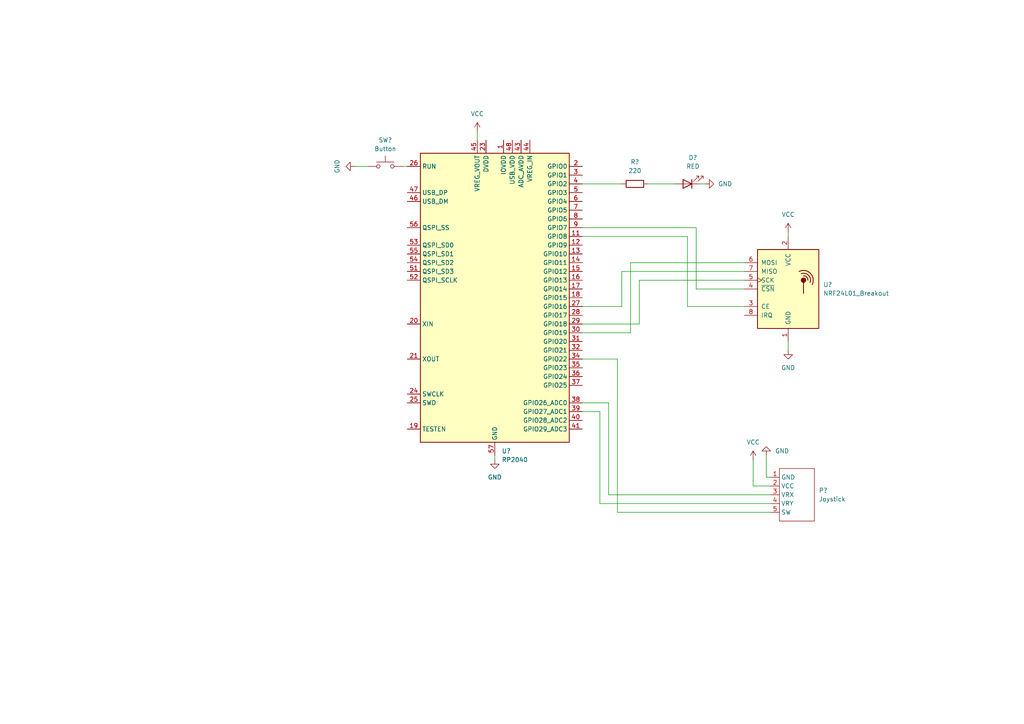
<source format=kicad_sch>
(kicad_sch (version 20211123) (generator eeschema)
  (paper "A4")
  (lib_symbols
    (symbol "Device:LED" (pin_numbers hide) (pin_names (offset 1.016) hide)
      (property "Reference" "D" (at 0 2.54 0))
      (property "Value" "LED" (at 0 -2.54 0))
      (symbol "LED_0_1"
        (polyline (pts (xy -1.27 -1.27) (xy -1.27 1.27)) (stroke (width 0.254)))
        (polyline (pts (xy -1.27 0) (xy 1.27 0)))
        (polyline (pts (xy 1.27 -1.27) (xy 1.27 1.27) (xy -1.27 0) (xy 1.27 -1.27)) (stroke (width 0.254)))
        (polyline (pts (xy -3.048 -0.762) (xy -4.572 -2.286) (xy -3.81 -2.286) (xy -4.572 -2.286) (xy -4.572 -1.524)))
        (polyline (pts (xy -1.778 -0.762) (xy -3.302 -2.286) (xy -2.54 -2.286) (xy -3.302 -2.286) (xy -3.302 -1.524)))
      )
      (symbol "LED_1_1"
        (pin passive line (at -3.81 0 0) (length 2.54) (name "K") (number "1"))
        (pin passive line (at 3.81 0 180) (length 2.54) (name "A") (number "2"))
      )
    )
    (symbol "Device:R" (pin_numbers hide) (pin_names (offset 0))
      (property "Reference" "R" (at 2.032 0 90))
      (property "Value" "R" (at 0 0 90))
      (symbol "R_0_1"
        (rectangle (start -1.016 -2.54) (end 1.016 2.54) (stroke (width 0.254)))
      )
      (symbol "R_1_1"
        (pin passive line (at 0 3.81 270) (length 1.27) (name "~") (number "1"))
        (pin passive line (at 0 -3.81 90) (length 1.27) (name "~") (number "2"))
      )
    )
    (symbol "MCU_RaspberryPi:RP2040"
      (property "Reference" "U" (at 17.78 45.72 0))
      (property "Value" "RP2040" (at 17.78 43.18 0))
      (symbol "RP2040_0_1"
        (rectangle (start -21.59 41.91) (end 21.59 -41.91) (stroke (width 0.254)) (fill (type background)))
      )
      (symbol "RP2040_1_1"
        (pin power_in line (at 2.54 45.72 270) (length 3.81) (name "IOVDD") (number "1"))
        (pin passive line (at 2.54 45.72 270) (length 3.81) hide (name "IOVDD") (number "10"))
        (pin bidirectional line (at 25.4 17.78 180) (length 3.81) (name "GPIO8") (number "11"))
        (pin bidirectional line (at 25.4 15.24 180) (length 3.81) (name "GPIO9") (number "12"))
        (pin bidirectional line (at 25.4 12.7 180) (length 3.81) (name "GPIO10") (number "13"))
        (pin bidirectional line (at 25.4 10.16 180) (length 3.81) (name "GPIO11") (number "14"))
        (pin bidirectional line (at 25.4 7.62 180) (length 3.81) (name "GPIO12") (number "15"))
        (pin bidirectional line (at 25.4 5.08 180) (length 3.81) (name "GPIO13") (number "16"))
        (pin bidirectional line (at 25.4 2.54 180) (length 3.81) (name "GPIO14") (number "17"))
        (pin bidirectional line (at 25.4 0 180) (length 3.81) (name "GPIO15") (number "18"))
        (pin input line (at -25.4 -38.1 0) (length 3.81) (name "TESTEN") (number "19"))
        (pin bidirectional line (at 25.4 38.1 180) (length 3.81) (name "GPIO0") (number "2"))
        (pin input line (at -25.4 -7.62 0) (length 3.81) (name "XIN") (number "20"))
        (pin passive line (at -25.4 -17.78 0) (length 3.81) (name "XOUT") (number "21"))
        (pin passive line (at 2.54 45.72 270) (length 3.81) hide (name "IOVDD") (number "22"))
        (pin power_in line (at -2.54 45.72 270) (length 3.81) (name "DVDD") (number "23"))
        (pin output line (at -25.4 -27.94 0) (length 3.81) (name "SWCLK") (number "24"))
        (pin bidirectional line (at -25.4 -30.48 0) (length 3.81) (name "SWD") (number "25"))
        (pin input line (at -25.4 38.1 0) (length 3.81) (name "RUN") (number "26"))
        (pin bidirectional line (at 25.4 -2.54 180) (length 3.81) (name "GPIO16") (number "27"))
        (pin bidirectional line (at 25.4 -5.08 180) (length 3.81) (name "GPIO17") (number "28"))
        (pin bidirectional line (at 25.4 -7.62 180) (length 3.81) (name "GPIO18") (number "29"))
        (pin bidirectional line (at 25.4 35.56 180) (length 3.81) (name "GPIO1") (number "3"))
        (pin bidirectional line (at 25.4 -10.16 180) (length 3.81) (name "GPIO19") (number "30"))
        (pin bidirectional line (at 25.4 -12.7 180) (length 3.81) (name "GPIO20") (number "31"))
        (pin bidirectional line (at 25.4 -15.24 180) (length 3.81) (name "GPIO21") (number "32"))
        (pin passive line (at 2.54 45.72 270) (length 3.81) hide (name "IOVDD") (number "33"))
        (pin bidirectional line (at 25.4 -17.78 180) (length 3.81) (name "GPIO22") (number "34"))
        (pin bidirectional line (at 25.4 -20.32 180) (length 3.81) (name "GPIO23") (number "35"))
        (pin bidirectional line (at 25.4 -22.86 180) (length 3.81) (name "GPIO24") (number "36"))
        (pin bidirectional line (at 25.4 -25.4 180) (length 3.81) (name "GPIO25") (number "37"))
        (pin bidirectional line (at 25.4 -30.48 180) (length 3.81) (name "GPIO26_ADC0") (number "38"))
        (pin bidirectional line (at 25.4 -33.02 180) (length 3.81) (name "GPIO27_ADC1") (number "39"))
        (pin bidirectional line (at 25.4 33.02 180) (length 3.81) (name "GPIO2") (number "4"))
        (pin bidirectional line (at 25.4 -35.56 180) (length 3.81) (name "GPIO28_ADC2") (number "40"))
        (pin bidirectional line (at 25.4 -38.1 180) (length 3.81) (name "GPIO29_ADC3") (number "41"))
        (pin passive line (at 2.54 45.72 270) (length 3.81) hide (name "IOVDD") (number "42"))
        (pin power_in line (at 7.62 45.72 270) (length 3.81) (name "ADC_AVDD") (number "43"))
        (pin power_in line (at 10.16 45.72 270) (length 3.81) (name "VREG_IN") (number "44"))
        (pin power_out line (at -5.08 45.72 270) (length 3.81) (name "VREG_VOUT") (number "45"))
        (pin bidirectional line (at -25.4 27.94 0) (length 3.81) (name "USB_DM") (number "46"))
        (pin bidirectional line (at -25.4 30.48 0) (length 3.81) (name "USB_DP") (number "47"))
        (pin power_in line (at 5.08 45.72 270) (length 3.81) (name "USB_VDD") (number "48"))
        (pin passive line (at 2.54 45.72 270) (length 3.81) hide (name "IOVDD") (number "49"))
        (pin bidirectional line (at 25.4 30.48 180) (length 3.81) (name "GPIO3") (number "5"))
        (pin passive line (at -2.54 45.72 270) (length 3.81) hide (name "DVDD") (number "50"))
        (pin bidirectional line (at -25.4 7.62 0) (length 3.81) (name "QSPI_SD3") (number "51"))
        (pin output line (at -25.4 5.08 0) (length 3.81) (name "QSPI_SCLK") (number "52"))
        (pin bidirectional line (at -25.4 15.24 0) (length 3.81) (name "QSPI_SD0") (number "53"))
        (pin bidirectional line (at -25.4 10.16 0) (length 3.81) (name "QSPI_SD2") (number "54"))
        (pin bidirectional line (at -25.4 12.7 0) (length 3.81) (name "QSPI_SD1") (number "55"))
        (pin bidirectional line (at -25.4 20.32 0) (length 3.81) (name "QSPI_SS") (number "56"))
        (pin power_in line (at 0 -45.72 90) (length 3.81) (name "GND") (number "57"))
        (pin bidirectional line (at 25.4 27.94 180) (length 3.81) (name "GPIO4") (number "6"))
        (pin bidirectional line (at 25.4 25.4 180) (length 3.81) (name "GPIO5") (number "7"))
        (pin bidirectional line (at 25.4 22.86 180) (length 3.81) (name "GPIO6") (number "8"))
        (pin bidirectional line (at 25.4 20.32 180) (length 3.81) (name "GPIO7") (number "9"))
      )
    )
    (symbol "RF:NRF24L01_Breakout" (pin_names (offset 1.016))
      (property "Reference" "U" (at -8.89 12.7 0))
      (property "Value" "NRF24L01_Breakout" (at 3.81 12.7 0))
      (symbol "NRF24L01_Breakout_0_1"
        (rectangle (start -8.89 11.43) (end 8.89 -11.43) (stroke (width 0.254)) (fill (type background)))
        (polyline (pts (xy 4.445 1.905) (xy 4.445 -1.27)) (stroke (width 0.254)))
        (circle (center 4.445 2.54) (radius 0.635) (stroke (width 0.254)) (fill (type outline)))
        (arc (start 5.715 2.54) (mid 5.3521 3.4546) (end 4.445 3.81) (stroke (width 0.254)))
        (arc (start 6.35 1.905) (mid 5.8763 3.9854) (end 3.81 4.445) (stroke (width 0.254)))
        (arc (start 6.985 1.27) (mid 6.453 4.548) (end 3.175 5.08) (stroke (width 0.254)))
      )
      (symbol "NRF24L01_Breakout_1_1"
        (pin power_in line (at 0 -15.24 90) (length 3.81) (name "GND") (number "1"))
        (pin power_in line (at 0 15.24 270) (length 3.81) (name "VCC") (number "2"))
        (pin input line (at -12.7 -5.08 0) (length 3.81) (name "CE") (number "3"))
        (pin input line (at -12.7 0 0) (length 3.81) (name "~{CSN}") (number "4"))
        (pin input clock (at -12.7 2.54 0) (length 3.81) (name "SCK") (number "5"))
        (pin input line (at -12.7 7.62 0) (length 3.81) (name "MOSI") (number "6"))
        (pin output line (at -12.7 5.08 0) (length 3.81) (name "MISO") (number "7"))
        (pin output line (at -12.7 -7.62 0) (length 3.81) (name "IRQ") (number "8"))
      )
    )
    (symbol "Switch:SW_Push" (pin_numbers hide) (pin_names (offset 1.016) hide)
      (property "Reference" "SW" (at 1.27 2.54 0))
      (property "Value" "SW_Push" (at 0 -1.524 0))
      (symbol "SW_Push_0_1"
        (circle (center -2.032 0) (radius 0.508))
        (polyline (pts (xy 0 1.27) (xy 0 3.048)))
        (polyline (pts (xy 2.54 1.27) (xy -2.54 1.27)))
        (circle (center 2.032 0) (radius 0.508))
        (pin passive line (at -5.08 0 0) (length 2.54) (name "1") (number "1"))
        (pin passive line (at 5.08 0 180) (length 2.54) (name "2") (number "2"))
      )
    )
    (symbol "libraries:Joystick"
      (property "Reference" "P1" (at -3.81 8.89 0))
      (property "Value" "Joystick" (at 1.27 -8.89 0))
      (symbol "Joystick_0_1"
        (rectangle (start -5.08 7.62) (end 5.08 -7.62))
      )
      (symbol "Joystick_1_1"
        (pin output line (at -7.62 5.08 0) (length 2.54) (name "GND") (number "1"))
        (pin output line (at -7.62 2.54 0) (length 2.54) (name "VCC") (number "2"))
        (pin output line (at -7.62 0 0) (length 2.54) (name "VRX") (number "3"))
        (pin output line (at -7.62 -2.54 0) (length 2.54) (name "VRY") (number "4"))
        (pin output line (at -7.62 -5.08 0) (length 2.54) (name "SW") (number "5"))
      )
    )
    (symbol "power:GND" (power) (pin_names (offset 0))
      (property "Value" "GND" (at 0 -3.81 0))
      (symbol "GND_0_1"
        (polyline (pts (xy 0 0) (xy 0 -1.27) (xy 1.27 -1.27) (xy 0 -2.54) (xy -1.27 -1.27) (xy 0 -1.27)))
      )
      (symbol "GND_1_1"
        (pin power_in line (at 0 0 270) (length 0) hide (name "GND") (number "1"))
      )
    )
    (symbol "power:VCC" (power) (pin_names (offset 0))
      (property "Value" "VCC" (at 0 3.81 0))
      (symbol "VCC_0_1"
        (polyline (pts (xy -0.762 1.27) (xy 0 2.54)))
        (polyline (pts (xy 0 0) (xy 0 2.54)))
        (polyline (pts (xy 0 2.54) (xy 0.762 1.27)))
      )
      (symbol "VCC_1_1"
        (pin power_in line (at 0 0 90) (length 0) hide (name "VCC") (number "1"))
      )
    )
  )
  (wire (pts (xy 176.53 143.51) (xy 176.53 116.84)))
  (wire (pts (xy 215.9 88.9) (xy 199.39 88.9)))
  (wire (pts (xy 138.43 38.1) (xy 138.43 40.64)))
  (wire (pts (xy 182.88 96.52) (xy 182.88 76.2)))
  (wire (pts (xy 204.47 53.34) (xy 203.2 53.34)))
  (wire (pts (xy 228.6 67.31) (xy 228.6 68.58)))
  (wire (pts (xy 187.96 53.34) (xy 195.58 53.34)))
  (wire (pts (xy 168.91 53.34) (xy 180.34 53.34)))
  (wire (pts (xy 168.91 66.04) (xy 201.93 66.04)))
  (wire (pts (xy 116.84 48.26) (xy 118.11 48.26)))
  (wire (pts (xy 199.39 88.9) (xy 199.39 68.58)))
  (wire (pts (xy 168.91 96.52) (xy 182.88 96.52)))
  (wire (pts (xy 173.99 119.38) (xy 173.99 146.05)))
  (wire (pts (xy 180.34 78.74) (xy 180.34 88.9)))
  (wire (pts (xy 222.25 138.43) (xy 223.52 138.43)))
  (wire (pts (xy 223.52 143.51) (xy 176.53 143.51)))
  (wire (pts (xy 168.91 93.98) (xy 185.42 93.98)))
  (wire (pts (xy 199.39 68.58) (xy 168.91 68.58)))
  (wire (pts (xy 215.9 78.74) (xy 180.34 78.74)))
  (wire (pts (xy 168.91 88.9) (xy 180.34 88.9)))
  (wire (pts (xy 179.07 148.59) (xy 223.52 148.59)))
  (wire (pts (xy 185.42 81.28) (xy 215.9 81.28)))
  (wire (pts (xy 182.88 76.2) (xy 215.9 76.2)))
  (wire (pts (xy 168.91 119.38) (xy 173.99 119.38)))
  (wire (pts (xy 176.53 116.84) (xy 168.91 116.84)))
  (wire (pts (xy 185.42 93.98) (xy 185.42 81.28)))
  (wire (pts (xy 222.25 132.08) (xy 222.25 138.43)))
  (wire (pts (xy 218.44 133.35) (xy 218.44 140.97)))
  (wire (pts (xy 143.51 133.35) (xy 143.51 132.08)))
  (wire (pts (xy 102.87 48.26) (xy 106.68 48.26)))
  (wire (pts (xy 168.91 104.14) (xy 179.07 104.14)))
  (wire (pts (xy 201.93 83.82) (xy 215.9 83.82)))
  (wire (pts (xy 173.99 146.05) (xy 223.52 146.05)))
  (wire (pts (xy 218.44 140.97) (xy 223.52 140.97)))
  (wire (pts (xy 179.07 104.14) (xy 179.07 148.59)))
  (wire (pts (xy 228.6 101.6) (xy 228.6 99.06)))
  (wire (pts (xy 201.93 66.04) (xy 201.93 83.82)))
  (symbol (lib_id "Switch:SW_Push") (at 111.76 48.26 0) (unit 1)
    (property "Reference" "SW?" (at 111.76 40.64 0))
    (property "Value" "Button" (at 111.76 43.18 0))
  )
  (symbol (lib_id "power:GND") (at 143.51 133.35 0) (unit 1)
    (property "Reference" "#PWR?" (effects hide))
    (property "Value" "GND" (at 143.51 138.43 0))
  )
  (symbol (lib_id "Device:LED") (at 199.39 53.34 180) (unit 1)
    (property "Reference" "D?" (at 200.9775 45.72 0))
    (property "Value" "RED" (at 200.9775 48.26 0))
  )
  (symbol (lib_id "power:VCC") (at 228.6 67.31 0) (unit 1)
    (property "Reference" "#PWR?" (effects hide))
    (property "Value" "VCC" (at 228.6 62.23 0))
  )
  (symbol (lib_id "RF:NRF24L01_Breakout") (at 228.6 83.82 0) (unit 1)
    (property "Reference" "U?" (at 238.76 82.5499 0) (effects (justify left)))
    (property "Value" "NRF24L01_Breakout" (at 238.76 85.0899 0) (effects (justify left)))
    (property "Footprint" "RF_Module:nRF24L01_Breakout" (effects hide))
    (property "Datasheet" "http://www.nordicsemi.com/eng/content/download/2730/34105/file/nRF24L01_Product_Specification_v2_0.pdf" (effects hide))
  )
  (symbol (lib_id "power:GND") (at 204.47 53.34 90) (unit 1)
    (property "Reference" "#PWR?" (effects hide))
    (property "Value" "GND" (at 208.28 53.3399 90) (effects (justify right)))
  )
  (symbol (lib_id "Device:R") (at 184.15 53.34 90) (unit 1)
    (property "Reference" "R?" (at 184.15 46.99 90))
    (property "Value" "220" (at 184.15 49.53 90))
  )
  (symbol (lib_id "libraries:Joystick") (at 231.14 143.51 0) (unit 1)
    (property "Reference" "P?" (at 237.49 142.2399 0) (effects (justify left)))
    (property "Value" "Joystick" (at 237.49 144.7799 0) (effects (justify left)))
  )
  (symbol (lib_id "power:GND") (at 222.25 132.08 180) (unit 1)
    (property "Reference" "#PWR?" (effects hide))
    (property "Value" "GND" (at 224.79 130.8099 0) (effects (justify right)))
  )
  (symbol (lib_id "power:VCC") (at 138.43 38.1 0) (unit 1)
    (property "Reference" "#PWR?" (effects hide))
    (property "Value" "VCC" (at 138.43 33.02 0))
  )
  (symbol (lib_id "power:GND") (at 228.6 101.6 0) (unit 1)
    (property "Reference" "#PWR?" (effects hide))
    (property "Value" "GND" (at 228.6 106.68 0))
  )
  (symbol (lib_id "power:VCC") (at 218.44 133.35 0) (unit 1)
    (property "Reference" "#PWR?" (effects hide))
    (property "Value" "VCC" (at 218.44 128.27 0))
  )
  (symbol (lib_id "power:GND") (at 102.87 48.26 270) (unit 1)
    (property "Reference" "#PWR?" (effects hide))
    (property "Value" "GND" (at 97.79 48.26 0))
  )
  (symbol (lib_id "MCU_RaspberryPi:RP2040") (at 143.51 86.36 0) (unit 1)
    (property "Reference" "U?" (at 145.5294 130.81 0) (effects (justify left)))
    (property "Value" "RP2040" (at 145.5294 133.35 0) (effects (justify left)))
    (property "Footprint" "Package_DFN_QFN:QFN-56-1EP_7x7mm_P0.4mm_EP3.2x3.2mm" (effects hide))
    (property "Datasheet" "https://datasheets.raspberrypi.com/rp2040/rp2040-datasheet.pdf" (effects hide))
  )
)
</source>
